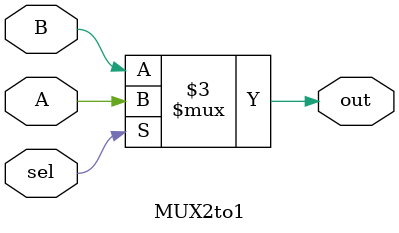
<source format=v>
`timescale 1ns / 1ps
module MUX2to1(sel, A, B, out);
	input sel, A, B;
	output reg out;
	
	always @ (*) begin
	if(sel)
		out = A;
	else 
		out = B;
	end
endmodule

</source>
